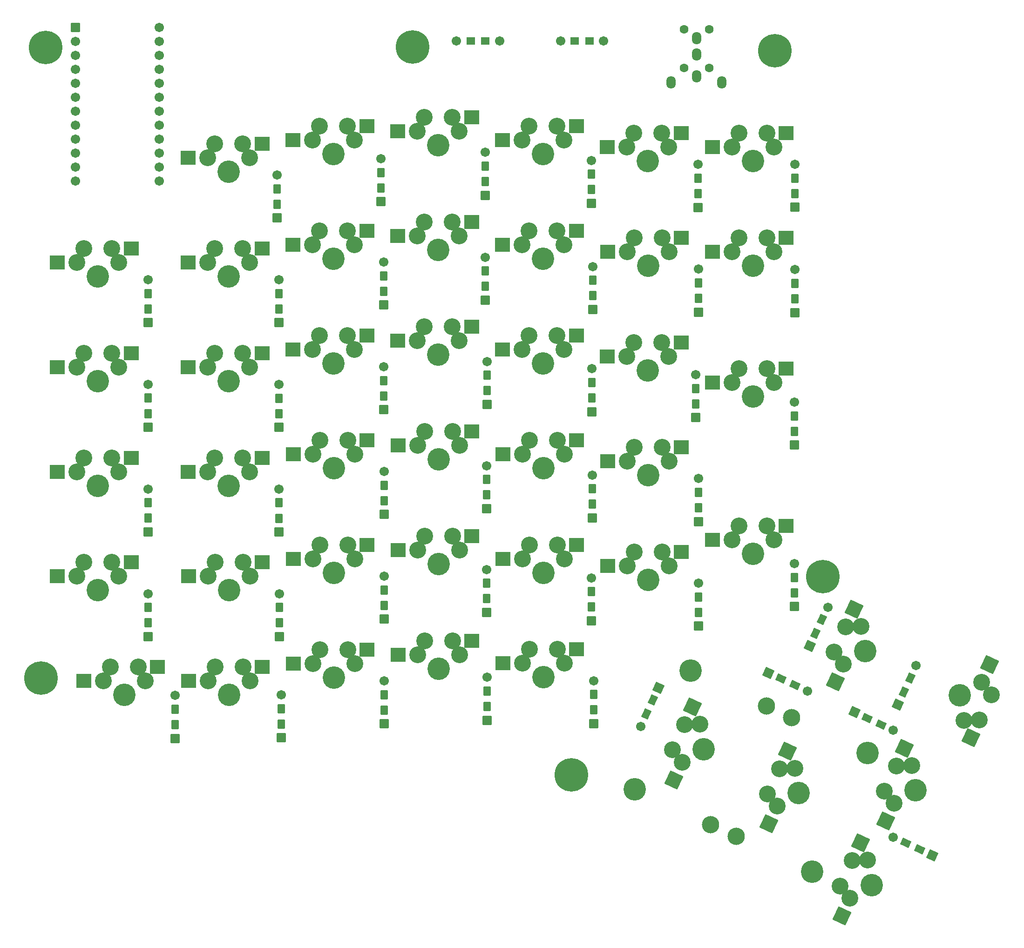
<source format=gbs>
G04 #@! TF.GenerationSoftware,KiCad,Pcbnew,7.0.0*
G04 #@! TF.CreationDate,2023-03-24T12:17:37+00:00*
G04 #@! TF.ProjectId,ErgoMaxReversible,4572676f-4d61-4785-9265-766572736962,rev?*
G04 #@! TF.SameCoordinates,Original*
G04 #@! TF.FileFunction,Soldermask,Bot*
G04 #@! TF.FilePolarity,Negative*
%FSLAX46Y46*%
G04 Gerber Fmt 4.6, Leading zero omitted, Abs format (unit mm)*
G04 Created by KiCad (PCBNEW 7.0.0) date 2023-03-24 12:17:37*
%MOMM*%
%LPD*%
G01*
G04 APERTURE LIST*
G04 Aperture macros list*
%AMRoundRect*
0 Rectangle with rounded corners*
0 $1 Rounding radius*
0 $2 $3 $4 $5 $6 $7 $8 $9 X,Y pos of 4 corners*
0 Add a 4 corners polygon primitive as box body*
4,1,4,$2,$3,$4,$5,$6,$7,$8,$9,$2,$3,0*
0 Add four circle primitives for the rounded corners*
1,1,$1+$1,$2,$3*
1,1,$1+$1,$4,$5*
1,1,$1+$1,$6,$7*
1,1,$1+$1,$8,$9*
0 Add four rect primitives between the rounded corners*
20,1,$1+$1,$2,$3,$4,$5,0*
20,1,$1+$1,$4,$5,$6,$7,0*
20,1,$1+$1,$6,$7,$8,$9,0*
20,1,$1+$1,$8,$9,$2,$3,0*%
G04 Aperture macros list end*
%ADD10C,6.102000*%
%ADD11C,1.602000*%
%ADD12O,1.702000X2.302000*%
%ADD13RoundRect,0.051000X-0.800000X0.800000X-0.800000X-0.800000X0.800000X-0.800000X0.800000X0.800000X0*%
%ADD14C,1.702000*%
%ADD15RoundRect,0.051000X-0.600000X0.800000X-0.600000X-0.800000X0.600000X-0.800000X0.600000X0.800000X0*%
%ADD16RoundRect,0.051000X-0.978617X-0.205690X0.471475X-0.881879X0.978617X0.205690X-0.471475X0.881879X0*%
%ADD17RoundRect,0.051000X-1.063141X-0.386952X0.386952X-1.063141X1.063141X0.386952X-0.386952X1.063141X0*%
%ADD18RoundRect,0.051000X0.978617X0.205690X-0.471475X0.881879X-0.978617X-0.205690X0.471475X-0.881879X0*%
%ADD19RoundRect,0.051000X1.063141X0.386952X-0.386952X1.063141X-1.063141X-0.386952X0.386952X-1.063141X0*%
%ADD20RoundRect,0.051000X0.205690X-0.978617X0.881879X0.471475X-0.205690X0.978617X-0.881879X-0.471475X0*%
%ADD21RoundRect,0.051000X0.386952X-1.063141X1.063141X0.386952X-0.386952X1.063141X-1.063141X-0.386952X0*%
%ADD22RoundRect,0.051000X-0.205690X0.978617X-0.881879X-0.471475X0.205690X-0.978617X0.881879X0.471475X0*%
%ADD23RoundRect,0.051000X-0.386952X1.063141X-1.063141X-0.386952X0.386952X-1.063141X1.063141X0.386952X0*%
%ADD24RoundRect,0.051000X-0.750000X-0.600000X0.750000X-0.600000X0.750000X0.600000X-0.750000X0.600000X0*%
%ADD25C,3.052000*%
%ADD26C,4.082180*%
%ADD27RoundRect,0.051000X-1.275000X-1.250000X1.275000X-1.250000X1.275000X1.250000X-1.275000X1.250000X0*%
%ADD28RoundRect,0.051000X0.594046X-1.683815X1.671723X0.627270X-0.594046X1.683815X-1.671723X-0.627270X0*%
%ADD29RoundRect,0.051000X-0.594046X1.683815X-1.671723X-0.627270X0.594046X-1.683815X1.671723X0.627270X0*%
%ADD30C,3.150000*%
%ADD31C,4.089800*%
G04 APERTURE END LIST*
D10*
X210842752Y-173375665D03*
X114479969Y-155747076D03*
X247845580Y-41650920D03*
X115282980Y-41036240D03*
X182002380Y-40976880D03*
X256580125Y-137332164D03*
D11*
X231329200Y-37744200D03*
X231329200Y-44744200D03*
X235929200Y-37744200D03*
X235929200Y-44744200D03*
D12*
X229029199Y-47444199D03*
X238229199Y-47444199D03*
X233629199Y-46344199D03*
X233629199Y-42344199D03*
X233629199Y-39344199D03*
D13*
X120729660Y-37378640D03*
D14*
X120729660Y-39918640D03*
X120729660Y-42458640D03*
X120729660Y-44998640D03*
X120729660Y-47538640D03*
X120729660Y-50078640D03*
X120729660Y-52618640D03*
X120729660Y-55158640D03*
X120729660Y-57698640D03*
X120729660Y-60238640D03*
X120729660Y-62778640D03*
X120729660Y-65318640D03*
X135969660Y-65318640D03*
X135969660Y-62778640D03*
X135969660Y-60238640D03*
X135969660Y-57698640D03*
X135969660Y-55158640D03*
X135969660Y-52618640D03*
X135969660Y-50078640D03*
X135969660Y-47538640D03*
X135969660Y-44998640D03*
X135969660Y-42458640D03*
X135969660Y-39918640D03*
X135969660Y-37378640D03*
D15*
X251513340Y-86779560D03*
D13*
X251513340Y-89279560D03*
D14*
X251513340Y-81479560D03*
D15*
X251513340Y-83979560D03*
X133939241Y-107653066D03*
D13*
X133939241Y-110153066D03*
D14*
X133939241Y-102353066D03*
D15*
X133939241Y-104853066D03*
X157740021Y-107662666D03*
D13*
X157740021Y-110162666D03*
D14*
X157740021Y-102362666D03*
D15*
X157740021Y-104862666D03*
X176788761Y-104461946D03*
D13*
X176788761Y-106961946D03*
D14*
X176788761Y-99161946D03*
D15*
X176788761Y-101661946D03*
X195564760Y-103497840D03*
D13*
X195564760Y-105997840D03*
D14*
X195564760Y-98197840D03*
D15*
X195564760Y-100697840D03*
X214635080Y-104821180D03*
D13*
X214635080Y-107321180D03*
D14*
X214635080Y-99521180D03*
D15*
X214635080Y-102021180D03*
X251472700Y-110901940D03*
D13*
X251472700Y-113401940D03*
D14*
X251472700Y-105601940D03*
D15*
X251472700Y-108101940D03*
X176225200Y-66622120D03*
D13*
X176225200Y-69122120D03*
D14*
X176225200Y-61322120D03*
D15*
X176225200Y-63822120D03*
X233453940Y-105903220D03*
D13*
X233453940Y-108403220D03*
D14*
X233453940Y-100603220D03*
D15*
X233453940Y-103103220D03*
X157350460Y-69581220D03*
D13*
X157350460Y-72081220D03*
D14*
X157350460Y-64281220D03*
D15*
X157350460Y-66781220D03*
X214767160Y-86208060D03*
D13*
X214767160Y-88708060D03*
D14*
X214767160Y-80908060D03*
D15*
X214767160Y-83408060D03*
X233954161Y-86702846D03*
D13*
X233954161Y-89202846D03*
D14*
X233954161Y-81402846D03*
D15*
X233954161Y-83902846D03*
D16*
X274207071Y-186969246D03*
D17*
X276472840Y-188025791D03*
D14*
X269403640Y-184729369D03*
D16*
X271669409Y-185785914D03*
D15*
X195191380Y-84508800D03*
D13*
X195191380Y-87008800D03*
D14*
X195191380Y-79208800D03*
D15*
X195191380Y-81708800D03*
X176791261Y-85419966D03*
D13*
X176791261Y-87919966D03*
D14*
X176791261Y-80119966D03*
D15*
X176791261Y-82619966D03*
X157741261Y-88609966D03*
D13*
X157741261Y-91109966D03*
D14*
X157741261Y-83309966D03*
D15*
X157741261Y-85809966D03*
X133935841Y-88609966D03*
D13*
X133935841Y-91109966D03*
D14*
X133935841Y-83309966D03*
D15*
X133935841Y-85809966D03*
X251559060Y-67635580D03*
D13*
X251559060Y-70135580D03*
D14*
X251559060Y-62335580D03*
D15*
X251559060Y-64835580D03*
X233911912Y-67652966D03*
D13*
X233911912Y-70152966D03*
D14*
X233911912Y-62352966D03*
D15*
X233911912Y-64852966D03*
X214495380Y-66904060D03*
D13*
X214495380Y-69404060D03*
D14*
X214495380Y-61604060D03*
D15*
X214495380Y-64104060D03*
X195252340Y-65448640D03*
D13*
X195252340Y-67948640D03*
D14*
X195252340Y-60148640D03*
D15*
X195252340Y-62648640D03*
X214523320Y-142844980D03*
D13*
X214523320Y-145344980D03*
D14*
X214523320Y-137544980D03*
D15*
X214523320Y-140044980D03*
D18*
X248971969Y-155897734D03*
D19*
X246706200Y-154841189D03*
D14*
X253775400Y-158137611D03*
D18*
X251509631Y-157081066D03*
D15*
X233954161Y-143829326D03*
D13*
X233954161Y-146329326D03*
D14*
X233954161Y-138529326D03*
D15*
X233954161Y-141029326D03*
X251475240Y-140254180D03*
D13*
X251475240Y-142754180D03*
D14*
X251475240Y-134954180D03*
D15*
X251475240Y-137454180D03*
D18*
X264618369Y-163052914D03*
D19*
X262352600Y-161996369D03*
D14*
X269421800Y-165292791D03*
D18*
X267156031Y-164236246D03*
D15*
X138811000Y-164249560D03*
D13*
X138811000Y-166749560D03*
D14*
X138811000Y-158949560D03*
D15*
X138811000Y-161449560D03*
X158122620Y-164137800D03*
D13*
X158122620Y-166637800D03*
D14*
X158122620Y-158837800D03*
D15*
X158122620Y-161337800D03*
X176804161Y-161589326D03*
D13*
X176804161Y-164089326D03*
D14*
X176804161Y-156289326D03*
D15*
X176804161Y-158789326D03*
X195559680Y-160947560D03*
D13*
X195559680Y-163447560D03*
D14*
X195559680Y-155647560D03*
D15*
X195559680Y-158147560D03*
X214904161Y-161569326D03*
D13*
X214904161Y-164069326D03*
D14*
X214904161Y-156269326D03*
D15*
X214904161Y-158769326D03*
D20*
X225699166Y-159800189D03*
D21*
X226755711Y-157534420D03*
D14*
X223459289Y-164603620D03*
D20*
X224515834Y-162337851D03*
D15*
X157745761Y-126701366D03*
D13*
X157745761Y-129201366D03*
D14*
X157745761Y-121401366D03*
D15*
X157745761Y-123901366D03*
X176804161Y-123509566D03*
D13*
X176804161Y-126009566D03*
D14*
X176804161Y-118209566D03*
D15*
X176804161Y-120709566D03*
X133949561Y-126693166D03*
D13*
X133949561Y-129193166D03*
D14*
X133949561Y-121393166D03*
D15*
X133949561Y-123893166D03*
X195513960Y-141320980D03*
D13*
X195513960Y-143820980D03*
D14*
X195513960Y-136020980D03*
D15*
X195513960Y-138520980D03*
X176804161Y-142559326D03*
D13*
X176804161Y-145059326D03*
D14*
X176804161Y-137259326D03*
D15*
X176804161Y-139759326D03*
X157754161Y-145739326D03*
D13*
X157754161Y-148239326D03*
D14*
X157754161Y-140439326D03*
D15*
X157754161Y-142939326D03*
X133944161Y-145739326D03*
D13*
X133944161Y-148239326D03*
D14*
X133944161Y-140439326D03*
D15*
X133944161Y-142939326D03*
D22*
X271325494Y-158314491D03*
D23*
X270268949Y-160580260D03*
D14*
X273565371Y-153511060D03*
D22*
X272508826Y-155776829D03*
X255259994Y-147684591D03*
D23*
X254203449Y-149950360D03*
D14*
X257499871Y-142881160D03*
D22*
X256443326Y-145146929D03*
D15*
X233954161Y-124800166D03*
D13*
X233954161Y-127300166D03*
D14*
X233954161Y-119500166D03*
D15*
X233954161Y-122000166D03*
X214703660Y-124132800D03*
D13*
X214703660Y-126632800D03*
D14*
X214703660Y-118832800D03*
D15*
X214703660Y-121332800D03*
X195493640Y-122433540D03*
D13*
X195493640Y-124933540D03*
D14*
X195493640Y-117133540D03*
D15*
X195493640Y-119633540D03*
D24*
X214195920Y-39875460D03*
D14*
X216745920Y-39875460D03*
X208945920Y-39875460D03*
D24*
X211495920Y-39875460D03*
X195257680Y-39875460D03*
D14*
X197807680Y-39875460D03*
X190007680Y-39875460D03*
D24*
X192557680Y-39875460D03*
D25*
X144787100Y-80150640D03*
X146057100Y-77610640D03*
D26*
X148597100Y-82690640D03*
D25*
X151137100Y-77610640D03*
X152407100Y-80150640D03*
D27*
X141237100Y-80150640D03*
X154687100Y-77610640D03*
D25*
X201950000Y-153110000D03*
X203220000Y-150570000D03*
D26*
X205760000Y-155650000D03*
D25*
X208300000Y-150570000D03*
X209570000Y-153110000D03*
D27*
X198400000Y-153110000D03*
X211850000Y-150570000D03*
D25*
X182882700Y-75355080D03*
X184152700Y-72815080D03*
D26*
X186692700Y-77895080D03*
D25*
X189232700Y-72815080D03*
X190502700Y-75355080D03*
D27*
X179332700Y-75355080D03*
X192782700Y-72815080D03*
D25*
X240050000Y-102055640D03*
X241320000Y-99515640D03*
D26*
X243860000Y-104595640D03*
D25*
X246400000Y-99515640D03*
X247670000Y-102055640D03*
D27*
X236500000Y-102055640D03*
X249950000Y-99515640D03*
D25*
X220957600Y-97296040D03*
X222227600Y-94756040D03*
D26*
X224767600Y-99836040D03*
D25*
X227307600Y-94756040D03*
X228577600Y-97296040D03*
D27*
X217407600Y-97296040D03*
X230857600Y-94756040D03*
D25*
X201924600Y-76947420D03*
X203194600Y-74407420D03*
D26*
X205734600Y-79487420D03*
D25*
X208274600Y-74407420D03*
X209544600Y-76947420D03*
D27*
X198374600Y-76947420D03*
X211824600Y-74407420D03*
D25*
X201924440Y-95985260D03*
X203194440Y-93445260D03*
D26*
X205734440Y-98525260D03*
D25*
X208274440Y-93445260D03*
X209544440Y-95985260D03*
D27*
X198374440Y-95985260D03*
X211824440Y-93445260D03*
D25*
X182879040Y-94399540D03*
X184149040Y-91859540D03*
D26*
X186689040Y-96939540D03*
D25*
X189229040Y-91859540D03*
X190499040Y-94399540D03*
D27*
X179329040Y-94399540D03*
X192779040Y-91859540D03*
D25*
X163834600Y-96002620D03*
X165104600Y-93462620D03*
D26*
X167644600Y-98542620D03*
D25*
X170184600Y-93462620D03*
X171454600Y-96002620D03*
D27*
X160284600Y-96002620D03*
X173734600Y-93462620D03*
D25*
X144785860Y-99203340D03*
X146055860Y-96663340D03*
D26*
X148595860Y-101743340D03*
D25*
X151135860Y-96663340D03*
X152405860Y-99203340D03*
D27*
X141235860Y-99203340D03*
X154685860Y-96663340D03*
D25*
X120985080Y-99193740D03*
X122255080Y-96653740D03*
D26*
X124795080Y-101733740D03*
D25*
X127335080Y-96653740D03*
X128605080Y-99193740D03*
D27*
X117435080Y-99193740D03*
X130885080Y-96653740D03*
D25*
X240050000Y-78235940D03*
X241320000Y-75695940D03*
D26*
X243860000Y-80775940D03*
D25*
X246400000Y-75695940D03*
X247670000Y-78235940D03*
D27*
X236500000Y-78235940D03*
X249950000Y-75695940D03*
D25*
X221000000Y-78243520D03*
X222270000Y-75703520D03*
D26*
X224810000Y-80783520D03*
D25*
X227350000Y-75703520D03*
X228620000Y-78243520D03*
D27*
X217450000Y-78243520D03*
X230900000Y-75703520D03*
D25*
X240050000Y-59195640D03*
X241320000Y-56655640D03*
D26*
X243860000Y-61735640D03*
D25*
X246400000Y-56655640D03*
X247670000Y-59195640D03*
D27*
X236500000Y-59195640D03*
X249950000Y-56655640D03*
D25*
X163837100Y-76960640D03*
X165107100Y-74420640D03*
D26*
X167647100Y-79500640D03*
D25*
X170187100Y-74420640D03*
X171457100Y-76960640D03*
D27*
X160287100Y-76960640D03*
X173737100Y-74420640D03*
D25*
X220957751Y-59193640D03*
X222227751Y-56653640D03*
D26*
X224767751Y-61733640D03*
D25*
X227307751Y-56653640D03*
X228577751Y-59193640D03*
D27*
X217407751Y-59193640D03*
X230857751Y-56653640D03*
D25*
X163840000Y-57907040D03*
X165110000Y-55367040D03*
D26*
X167650000Y-60447040D03*
D25*
X170190000Y-55367040D03*
X171460000Y-57907040D03*
D27*
X160290000Y-57907040D03*
X173740000Y-55367040D03*
D25*
X120981680Y-80150640D03*
X122251680Y-77610640D03*
D26*
X124791680Y-82690640D03*
D25*
X127331680Y-77610640D03*
X128601680Y-80150640D03*
D27*
X117431680Y-80150640D03*
X130881680Y-77610640D03*
D25*
X201950000Y-134070000D03*
X203220000Y-131530000D03*
D26*
X205760000Y-136610000D03*
D25*
X208300000Y-131530000D03*
X209570000Y-134070000D03*
D27*
X198400000Y-134070000D03*
X211850000Y-131530000D03*
D25*
X261538754Y-195830770D03*
X259773457Y-193606309D03*
D26*
X265450951Y-193451188D03*
D25*
X261920358Y-189002265D03*
X264759105Y-188924705D03*
D28*
X260038459Y-199048163D03*
X263420653Y-185784873D03*
D25*
X248310883Y-179106170D03*
X246545586Y-176881709D03*
D26*
X252223080Y-176726588D03*
D25*
X248692487Y-172277665D03*
X251531234Y-172200105D03*
D28*
X246810588Y-182323563D03*
X250192782Y-169060273D03*
D25*
X231040239Y-171087990D03*
X229274942Y-168863529D03*
D26*
X234952436Y-168708408D03*
D25*
X231421843Y-164259485D03*
X234260590Y-164181925D03*
D28*
X229539944Y-174305383D03*
X232922138Y-161042093D03*
D25*
X163850000Y-134100000D03*
X165120000Y-131560000D03*
D26*
X167660000Y-136640000D03*
D25*
X170200000Y-131560000D03*
X171470000Y-134100000D03*
D27*
X160300000Y-134100000D03*
X173750000Y-131560000D03*
D25*
X144790000Y-61113640D03*
X146060000Y-58573640D03*
D26*
X148600000Y-63653640D03*
D25*
X151140000Y-58573640D03*
X152410000Y-61113640D03*
D27*
X141240000Y-61113640D03*
X154690000Y-58573640D03*
D25*
X182900000Y-113447240D03*
X184170000Y-110907240D03*
D26*
X186710000Y-115987240D03*
D25*
X189250000Y-110907240D03*
X190520000Y-113447240D03*
D27*
X179350000Y-113447240D03*
X192800000Y-110907240D03*
D25*
X163850000Y-153130000D03*
X165120000Y-150590000D03*
D26*
X167660000Y-155670000D03*
D25*
X170200000Y-150590000D03*
X171470000Y-153130000D03*
D27*
X160300000Y-153130000D03*
X173750000Y-150590000D03*
D25*
X144800000Y-156330000D03*
X146070000Y-153790000D03*
D26*
X148610000Y-158870000D03*
D25*
X151150000Y-153790000D03*
X152420000Y-156330000D03*
D27*
X141250000Y-156330000D03*
X154700000Y-153790000D03*
D25*
X125750000Y-156330000D03*
X127020000Y-153790000D03*
D26*
X129560000Y-158870000D03*
D25*
X132100000Y-153790000D03*
X133370000Y-156330000D03*
D27*
X122200000Y-156330000D03*
X135650000Y-153790000D03*
D25*
X269571608Y-178591138D03*
X267806311Y-176366677D03*
D26*
X273483805Y-176211556D03*
D25*
X269953212Y-171762633D03*
X272791959Y-171685073D03*
D28*
X268071313Y-181808531D03*
X271453507Y-168545241D03*
D25*
X182900000Y-151530000D03*
X184170000Y-148990000D03*
D26*
X186710000Y-154070000D03*
D25*
X189250000Y-148990000D03*
X190520000Y-151530000D03*
D27*
X179350000Y-151530000D03*
X192800000Y-148990000D03*
D25*
X240050000Y-130610000D03*
X241320000Y-128070000D03*
D26*
X243860000Y-133150000D03*
D25*
X246400000Y-128070000D03*
X247670000Y-130610000D03*
D27*
X236500000Y-130610000D03*
X249950000Y-128070000D03*
D25*
X221000000Y-135370000D03*
X222270000Y-132830000D03*
D26*
X224810000Y-137910000D03*
D25*
X227350000Y-132830000D03*
X228620000Y-135370000D03*
D27*
X217450000Y-135370000D03*
X230900000Y-132830000D03*
D25*
X120995400Y-118233840D03*
X122265400Y-115693840D03*
D26*
X124805400Y-120773840D03*
D25*
X127345400Y-115693840D03*
X128615400Y-118233840D03*
D27*
X117445400Y-118233840D03*
X130895400Y-115693840D03*
D25*
X182900000Y-132490000D03*
X184170000Y-129950000D03*
D26*
X186710000Y-135030000D03*
D25*
X189250000Y-129950000D03*
X190520000Y-132490000D03*
D27*
X179350000Y-132490000D03*
X192800000Y-129950000D03*
D25*
X144800000Y-137280000D03*
X146070000Y-134740000D03*
D26*
X148610000Y-139820000D03*
D25*
X151150000Y-134740000D03*
X152420000Y-137280000D03*
D27*
X141250000Y-137280000D03*
X154700000Y-134740000D03*
D25*
X120990000Y-137280000D03*
X122260000Y-134740000D03*
D26*
X124800000Y-139820000D03*
D25*
X127340000Y-134740000D03*
X128610000Y-137280000D03*
D27*
X117440000Y-137280000D03*
X130890000Y-134740000D03*
D25*
X285446879Y-156566811D03*
X287212176Y-158791272D03*
D26*
X281534682Y-158946393D03*
D25*
X285065275Y-163395316D03*
X282226528Y-163472876D03*
D29*
X286947174Y-153349418D03*
X283564980Y-166612708D03*
D25*
X260362697Y-153275978D03*
X258597400Y-151051517D03*
D26*
X264274894Y-150896396D03*
D25*
X260744301Y-146447473D03*
X263583048Y-146369913D03*
D28*
X258862402Y-156493371D03*
X262244596Y-143230081D03*
D25*
X221000000Y-116340840D03*
X222270000Y-113800840D03*
D26*
X224810000Y-118880840D03*
D25*
X227350000Y-113800840D03*
X228620000Y-116340840D03*
D27*
X217450000Y-116340840D03*
X230900000Y-113800840D03*
D25*
X201950000Y-115030000D03*
X203220000Y-112490000D03*
D26*
X205760000Y-117570000D03*
D25*
X208300000Y-112490000D03*
X209570000Y-115030000D03*
D27*
X198400000Y-115030000D03*
X211850000Y-112490000D03*
D25*
X163850000Y-115050240D03*
X165120000Y-112510240D03*
D26*
X167660000Y-117590240D03*
D25*
X170200000Y-112510240D03*
X171470000Y-115050240D03*
D27*
X160300000Y-115050240D03*
X173750000Y-112510240D03*
D25*
X144791600Y-118242040D03*
X146061600Y-115702040D03*
D26*
X148601600Y-120782040D03*
D25*
X151141600Y-115702040D03*
X152411600Y-118242040D03*
D27*
X141241600Y-118242040D03*
X154691600Y-115702040D03*
D25*
X182880000Y-56309640D03*
X184150000Y-53769640D03*
D26*
X186690000Y-58849640D03*
D25*
X189230000Y-53769640D03*
X190500000Y-56309640D03*
D27*
X179330000Y-56309640D03*
X192780000Y-53769640D03*
D25*
X201920000Y-57893640D03*
X203190000Y-55353640D03*
D26*
X205730000Y-60433640D03*
D25*
X208270000Y-55353640D03*
X209540000Y-57893640D03*
D27*
X198370000Y-57893640D03*
X211820000Y-55353640D03*
D30*
X246328213Y-160840894D03*
D31*
X232516082Y-154400192D03*
D30*
X236237779Y-182479899D03*
D31*
X222425648Y-176039197D03*
D30*
X240847303Y-184594102D03*
D31*
X254659434Y-191034804D03*
D30*
X250937737Y-162955097D03*
D31*
X264749868Y-169395799D03*
M02*

</source>
